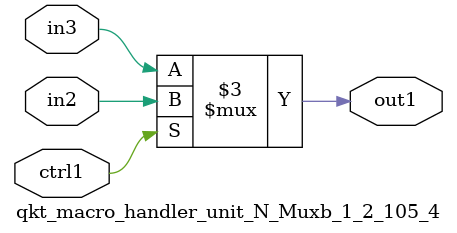
<source format=v>

`timescale 1ps / 1ps


module qkt_macro_handler_unit_N_Muxb_1_2_105_4( in3, in2, ctrl1, out1 );

    input in3;
    input in2;
    input ctrl1;
    output out1;
    reg out1;

    
    // rtl_process:qkt_macro_handler_unit_N_Muxb_1_2_105_4/qkt_macro_handler_unit_N_Muxb_1_2_105_4_thread_1
    always @*
      begin : qkt_macro_handler_unit_N_Muxb_1_2_105_4_thread_1
        case (ctrl1) 
          1'b1: 
            begin
              out1 = in2;
            end
          default: 
            begin
              out1 = in3;
            end
        endcase
      end

endmodule





</source>
